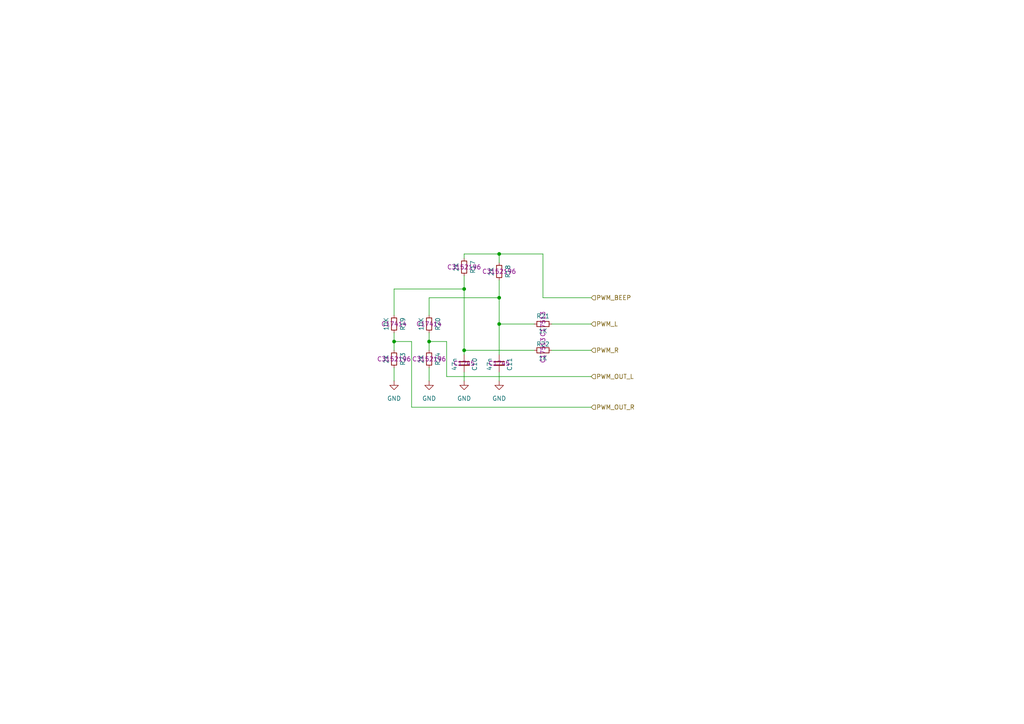
<source format=kicad_sch>
(kicad_sch (version 20250114) (generator "eeschema") (generator_version "9.0")
  (paper "A4")
  (title_block (title "${NAME}") (date "2025-05-10") (rev "${VERSION}") (company "Mikhail Matveev") (comment 1 "https://github.com/xtremespb/frank"))
  (lib_symbols
    (symbol "Device:C_Small" (pin_numbers (hide yes)) (pin_names (offset 0.254) (hide yes))
      (property "Reference" "C" (at 0.254 1.778 0))
      (property "Value" "C_Small" (at 0.254 -2.032 0))
      (symbol "C_Small_0_1"
        (polyline (pts (xy -1.524 0.508) (xy 1.524 0.508)) (stroke (width 0.3048)))
        (polyline (pts (xy -1.524 -0.508) (xy 1.524 -0.508)) (stroke (width 0.3302)))
      )
      (symbol "C_Small_1_1"
        (pin passive line (at 0 2.54 270) (length 2.032) (name "~") (number "1"))
        (pin passive line (at 0 -2.54 90) (length 2.032) (name "~") (number "2"))
      )
    )
    (symbol "Device:R_Small" (pin_numbers (hide yes)) (pin_names (offset 0.254) (hide yes))
      (property "Reference" "R" (at 0.762 0.508 0))
      (property "Value" "R_Small" (at 0.762 -1.016 0))
      (symbol "R_Small_0_1"
        (rectangle (start -0.762 1.778) (end 0.762 -1.778) (stroke (width 0.2032)))
      )
      (symbol "R_Small_1_1"
        (pin passive line (at 0 2.54 270) (length 0.762) (name "~") (number "1"))
        (pin passive line (at 0 -2.54 90) (length 0.762) (name "~") (number "2"))
      )
    )
    (symbol "power:GND" (power) (pin_numbers (hide yes)) (pin_names (offset 0) (hide yes))
      (property "Value" "GND" (at 0 -3.81 0))
      (symbol "GND_0_1"
        (polyline (pts (xy 0 0) (xy 0 -1.27) (xy 1.27 -1.27) (xy 0 -2.54) (xy -1.27 -1.27) (xy 0 -1.27)))
      )
      (symbol "GND_1_1"
        (pin power_in line (at 0 0 270) (length 0) (name "~") (number "1"))
      )
    )
  )
  (junction (at 134.62 101.6))
  (junction (at 144.78 73.66))
  (junction (at 134.62 83.82))
  (junction (at 144.78 86.36))
  (junction (at 124.46 99.06))
  (junction (at 114.3 99.06))
  (junction (at 144.78 93.98))
  (wire (pts (xy 144.78 86.36) (xy 144.78 93.98)))
  (wire (pts (xy 119.38 118.11) (xy 171.45 118.11)))
  (wire (pts (xy 160.02 101.6) (xy 171.45 101.6)))
  (wire (pts (xy 119.38 99.06) (xy 119.38 118.11)))
  (wire (pts (xy 134.62 107.95) (xy 134.62 110.49)))
  (wire (pts (xy 134.62 101.6) (xy 154.94 101.6)))
  (wire (pts (xy 124.46 99.06) (xy 124.46 101.6)))
  (wire (pts (xy 134.62 73.66) (xy 144.78 73.66)))
  (wire (pts (xy 157.48 86.36) (xy 171.45 86.36)))
  (wire (pts (xy 114.3 106.68) (xy 114.3 110.49)))
  (wire (pts (xy 144.78 73.66) (xy 157.48 73.66)))
  (wire (pts (xy 144.78 86.36) (xy 124.46 86.36)))
  (wire (pts (xy 114.3 99.06) (xy 114.3 101.6)))
  (wire (pts (xy 157.48 73.66) (xy 157.48 86.36)))
  (wire (pts (xy 144.78 76.2) (xy 144.78 73.66)))
  (wire (pts (xy 160.02 93.98) (xy 171.45 93.98)))
  (wire (pts (xy 124.46 106.68) (xy 124.46 110.49)))
  (wire (pts (xy 129.54 99.06) (xy 129.54 109.22)))
  (wire (pts (xy 124.46 99.06) (xy 129.54 99.06)))
  (wire (pts (xy 134.62 80.01) (xy 134.62 83.82)))
  (wire (pts (xy 134.62 83.82) (xy 134.62 101.6)))
  (wire (pts (xy 144.78 81.28) (xy 144.78 86.36)))
  (wire (pts (xy 134.62 74.93) (xy 134.62 73.66)))
  (wire (pts (xy 124.46 86.36) (xy 124.46 91.44)))
  (wire (pts (xy 129.54 109.22) (xy 171.45 109.22)))
  (wire (pts (xy 144.78 93.98) (xy 154.94 93.98)))
  (wire (pts (xy 144.78 107.95) (xy 144.78 110.49)))
  (wire (pts (xy 134.62 101.6) (xy 134.62 102.87)))
  (wire (pts (xy 114.3 96.52) (xy 114.3 99.06)))
  (wire (pts (xy 114.3 99.06) (xy 119.38 99.06)))
  (wire (pts (xy 114.3 83.82) (xy 134.62 83.82)))
  (wire (pts (xy 124.46 96.52) (xy 124.46 99.06)))
  (wire (pts (xy 114.3 91.44) (xy 114.3 83.82)))
  (wire (pts (xy 144.78 93.98) (xy 144.78 102.87)))
  (hierarchical_label "PWM_OUT_L" (shape input) (at 171.45 109.22 0))
  (hierarchical_label "PWM_L" (shape input) (at 171.45 93.98 0))
  (hierarchical_label "PWM_BEEP" (shape input) (at 171.45 86.36 0))
  (hierarchical_label "PWM_OUT_R" (shape input) (at 171.45 118.11 0))
  (hierarchical_label "PWM_R" (shape input) (at 171.45 101.6 0))
  (symbol (lib_id "Device:R_Small") (at 157.48 93.98 90) (unit 1)
    (property "Reference" "R21" (at 157.48 91.694 90))
    (property "Value" "1K" (at 157.48 96.012 90))
    (property "Footprint" "FRANK:Resistor (0805)" (effects (hide yes)))
    (property "Datasheet" "https://www.vishay.com/docs/28952/mcs0402at-mct0603at-mcu0805at-mca1206at.pdf" (effects (hide yes)))
    (property "Description" "Resistor, small symbol" (effects (hide yes)))
    (property "AliExpress" "https://www.aliexpress.com/item/1005005945735199.html" (effects (hide yes)))
    (property "LCSC" "C17513" (at 157.48 93.98 0))
  )
  (symbol (lib_id "Device:R_Small") (at 157.48 101.6 90) (unit 1)
    (property "Reference" "R22" (at 157.48 99.822 90))
    (property "Value" "1K" (at 157.48 103.886 90))
    (property "Footprint" "FRANK:Resistor (0805)" (effects (hide yes)))
    (property "Datasheet" "https://www.vishay.com/docs/28952/mcs0402at-mct0603at-mcu0805at-mca1206at.pdf" (effects (hide yes)))
    (property "Description" "Resistor, small symbol" (effects (hide yes)))
    (property "AliExpress" "https://www.aliexpress.com/item/1005005945735199.html" (effects (hide yes)))
    (property "LCSC" "C17513" (at 157.48 101.6 0))
  )
  (symbol (lib_id "Device:R_Small") (at 144.78 78.74 0) (unit 1)
    (property "Reference" "R18" (at 147.32 78.74 90))
    (property "Value" "2K" (at 142.494 78.74 90))
    (property "Footprint" "FRANK:Resistor (0805)" (effects (hide yes)))
    (property "Datasheet" "https://www.vishay.com/docs/28952/mcs0402at-mct0603at-mcu0805at-mca1206at.pdf" (effects (hide yes)))
    (property "Description" "Resistor, small symbol" (effects (hide yes)))
    (property "AliExpress" "https://www.aliexpress.com/item/1005005945735199.html" (effects (hide yes)))
    (property "LCSC" "C3152196" (at 144.78 78.74 0))
  )
  (symbol (lib_id "Device:R_Small") (at 134.62 77.47 0) (unit 1)
    (property "Reference" "R17" (at 137.16 77.47 90))
    (property "Value" "2K" (at 132.334 77.47 90))
    (property "Footprint" "FRANK:Resistor (0805)" (effects (hide yes)))
    (property "Datasheet" "https://www.vishay.com/docs/28952/mcs0402at-mct0603at-mcu0805at-mca1206at.pdf" (effects (hide yes)))
    (property "Description" "Resistor, small symbol" (effects (hide yes)))
    (property "AliExpress" "https://www.aliexpress.com/item/1005005945735199.html" (effects (hide yes)))
    (property "LCSC" "C3152196" (at 134.62 77.47 0))
  )
  (symbol (lib_id "Device:C_Small") (at 134.62 105.41 0) (unit 1)
    (property "Reference" "C10" (at 137.668 105.664 90))
    (property "Value" "47n" (at 131.826 105.664 90))
    (property "Footprint" "FRANK:Capacitor (0805)" (effects (hide yes)))
    (property "Datasheet" "https://eu.mouser.com/datasheet/2/40/KGM_X7R-3223212.pdf" (effects (hide yes)))
    (property "Description" "Unpolarized capacitor, small symbol" (effects (hide yes)))
    (property "AliExpress" "https://www.aliexpress.com/item/33008008276.html" (effects (hide yes)))
    (property "LCSC" "C1745" (at 134.62 105.41 0))
  )
  (symbol (lib_id "power:GND") (at 134.62 110.49 0) (unit 1)
    (property "Reference" "#PWR028" (effects (hide yes)))
    (property "Value" "GND" (at 134.62 115.57 0))
    (property "Description" "Power symbol creates a global label with name \"GND\" , ground" (effects (hide yes)))
  )
  (symbol (lib_id "power:GND") (at 114.3 110.49 0) (unit 1)
    (property "Reference" "#PWR026" (effects (hide yes)))
    (property "Value" "GND" (at 114.3 115.57 0))
    (property "Description" "Power symbol creates a global label with name \"GND\" , ground" (effects (hide yes)))
  )
  (symbol (lib_id "Device:R_Small") (at 124.46 93.98 0) (unit 1)
    (property "Reference" "R20" (at 127 93.98 90))
    (property "Value" "10K" (at 122.174 93.98 90))
    (property "Footprint" "FRANK:Resistor (0805)" (effects (hide yes)))
    (property "Datasheet" "https://www.vishay.com/docs/28952/mcs0402at-mct0603at-mcu0805at-mca1206at.pdf" (effects (hide yes)))
    (property "Description" "Resistor, small symbol" (effects (hide yes)))
    (property "AliExpress" "https://www.aliexpress.com/item/1005005945735199.html" (effects (hide yes)))
    (property "LCSC" "C17414" (at 124.46 93.98 0))
  )
  (symbol (lib_id "Device:R_Small") (at 124.46 104.14 0) (unit 1)
    (property "Reference" "R24" (at 127 104.14 90))
    (property "Value" "2K" (at 122.174 104.14 90))
    (property "Footprint" "FRANK:Resistor (0805)" (effects (hide yes)))
    (property "Datasheet" "https://www.vishay.com/docs/28952/mcs0402at-mct0603at-mcu0805at-mca1206at.pdf" (effects (hide yes)))
    (property "Description" "Resistor, small symbol" (effects (hide yes)))
    (property "AliExpress" "https://www.aliexpress.com/item/1005005945735199.html" (effects (hide yes)))
    (property "LCSC" "C3152196" (at 124.46 104.14 0))
  )
  (symbol (lib_id "Device:R_Small") (at 114.3 104.14 0) (unit 1)
    (property "Reference" "R23" (at 116.84 104.14 90))
    (property "Value" "2K" (at 112.014 104.14 90))
    (property "Footprint" "FRANK:Resistor (0805)" (effects (hide yes)))
    (property "Datasheet" "https://www.vishay.com/docs/28952/mcs0402at-mct0603at-mcu0805at-mca1206at.pdf" (effects (hide yes)))
    (property "Description" "Resistor, small symbol" (effects (hide yes)))
    (property "AliExpress" "https://www.aliexpress.com/item/1005005945735199.html" (effects (hide yes)))
    (property "LCSC" "C3152196" (at 114.3 104.14 0))
  )
  (symbol (lib_id "power:GND") (at 124.46 110.49 0) (unit 1)
    (property "Reference" "#PWR027" (effects (hide yes)))
    (property "Value" "GND" (at 124.46 115.57 0))
    (property "Description" "Power symbol creates a global label with name \"GND\" , ground" (effects (hide yes)))
  )
  (symbol (lib_id "Device:C_Small") (at 144.78 105.41 0) (unit 1)
    (property "Reference" "C11" (at 147.828 105.664 90))
    (property "Value" "47n" (at 141.986 105.664 90))
    (property "Footprint" "FRANK:Capacitor (0805)" (effects (hide yes)))
    (property "Datasheet" "https://eu.mouser.com/datasheet/2/40/KGM_X7R-3223212.pdf" (effects (hide yes)))
    (property "Description" "Unpolarized capacitor, small symbol" (effects (hide yes)))
    (property "AliExpress" "https://www.aliexpress.com/item/33008008276.html" (effects (hide yes)))
    (property "LCSC" "C1745" (at 144.78 105.41 0))
  )
  (symbol (lib_id "power:GND") (at 144.78 110.49 0) (unit 1)
    (property "Reference" "#PWR029" (effects (hide yes)))
    (property "Value" "GND" (at 144.78 115.57 0))
    (property "Description" "Power symbol creates a global label with name \"GND\" , ground" (effects (hide yes)))
  )
  (symbol (lib_id "Device:R_Small") (at 114.3 93.98 0) (unit 1)
    (property "Reference" "R19" (at 116.84 93.98 90))
    (property "Value" "10K" (at 112.014 93.98 90))
    (property "Footprint" "FRANK:Resistor (0805)" (effects (hide yes)))
    (property "Datasheet" "https://www.vishay.com/docs/28952/mcs0402at-mct0603at-mcu0805at-mca1206at.pdf" (effects (hide yes)))
    (property "Description" "Resistor, small symbol" (effects (hide yes)))
    (property "AliExpress" "https://www.aliexpress.com/item/1005005945735199.html" (effects (hide yes)))
    (property "LCSC" "C17414" (at 114.3 93.98 0))
  )
)
</source>
